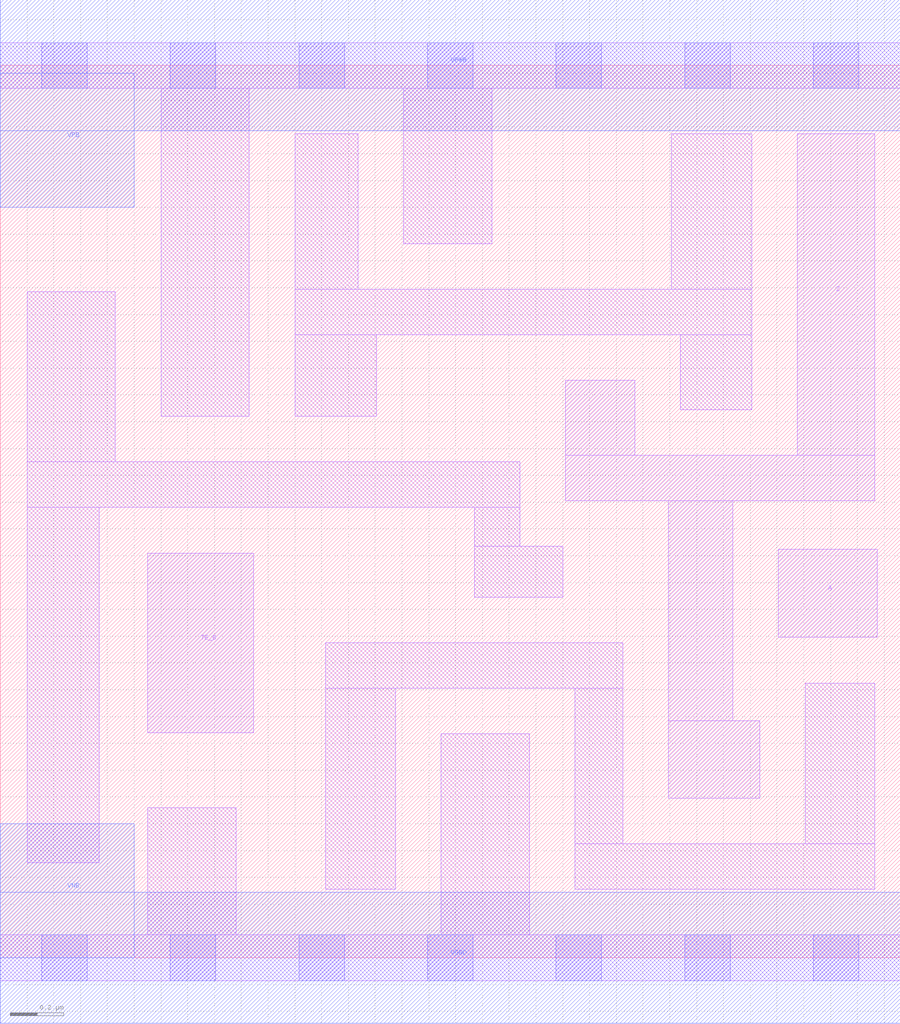
<source format=lef>
# Copyright 2020 The SkyWater PDK Authors
#
# Licensed under the Apache License, Version 2.0 (the "License");
# you may not use this file except in compliance with the License.
# You may obtain a copy of the License at
#
#     https://www.apache.org/licenses/LICENSE-2.0
#
# Unless required by applicable law or agreed to in writing, software
# distributed under the License is distributed on an "AS IS" BASIS,
# WITHOUT WARRANTIES OR CONDITIONS OF ANY KIND, either express or implied.
# See the License for the specific language governing permissions and
# limitations under the License.
#
# SPDX-License-Identifier: Apache-2.0

VERSION 5.5 ;
NAMESCASESENSITIVE ON ;
BUSBITCHARS "[]" ;
DIVIDERCHAR "/" ;
MACRO sky130_fd_sc_lp__einvn_2
  CLASS CORE ;
  SOURCE USER ;
  ORIGIN  0.000000  0.000000 ;
  SIZE  3.360000 BY  3.330000 ;
  SYMMETRY X Y R90 ;
  SITE unit ;
  PIN A
    ANTENNAGATEAREA  0.630000 ;
    DIRECTION INPUT ;
    USE SIGNAL ;
    PORT
      LAYER li1 ;
        RECT 2.905000 1.195000 3.275000 1.525000 ;
    END
  END A
  PIN TE_B
    ANTENNAGATEAREA  0.537000 ;
    DIRECTION INPUT ;
    USE SIGNAL ;
    PORT
      LAYER li1 ;
        RECT 0.550000 0.840000 0.945000 1.510000 ;
    END
  END TE_B
  PIN Z
    ANTENNADIFFAREA  0.903000 ;
    DIRECTION OUTPUT ;
    USE SIGNAL ;
    PORT
      LAYER li1 ;
        RECT 2.110000 1.705000 3.265000 1.875000 ;
        RECT 2.110000 1.875000 2.370000 2.155000 ;
        RECT 2.495000 0.595000 2.835000 0.885000 ;
        RECT 2.495000 0.885000 2.735000 1.705000 ;
        RECT 2.975000 1.875000 3.265000 3.075000 ;
    END
  END Z
  PIN VGND
    DIRECTION INOUT ;
    USE GROUND ;
    PORT
      LAYER met1 ;
        RECT 0.000000 -0.245000 3.360000 0.245000 ;
    END
  END VGND
  PIN VNB
    DIRECTION INOUT ;
    USE GROUND ;
    PORT
      LAYER met1 ;
        RECT 0.000000 0.000000 0.500000 0.500000 ;
    END
  END VNB
  PIN VPB
    DIRECTION INOUT ;
    USE POWER ;
    PORT
      LAYER met1 ;
        RECT 0.000000 2.800000 0.500000 3.300000 ;
    END
  END VPB
  PIN VPWR
    DIRECTION INOUT ;
    USE POWER ;
    PORT
      LAYER met1 ;
        RECT 0.000000 3.085000 3.360000 3.575000 ;
    END
  END VPWR
  OBS
    LAYER li1 ;
      RECT 0.000000 -0.085000 3.360000 0.085000 ;
      RECT 0.000000  3.245000 3.360000 3.415000 ;
      RECT 0.100000  0.355000 0.370000 1.680000 ;
      RECT 0.100000  1.680000 1.940000 1.850000 ;
      RECT 0.100000  1.850000 0.430000 2.485000 ;
      RECT 0.550000  0.085000 0.880000 0.560000 ;
      RECT 0.600000  2.020000 0.930000 3.245000 ;
      RECT 1.100000  2.020000 1.405000 2.325000 ;
      RECT 1.100000  2.325000 2.805000 2.495000 ;
      RECT 1.100000  2.495000 1.335000 3.075000 ;
      RECT 1.215000  0.255000 1.475000 1.005000 ;
      RECT 1.215000  1.005000 2.325000 1.175000 ;
      RECT 1.505000  2.665000 1.835000 3.245000 ;
      RECT 1.645000  0.085000 1.975000 0.835000 ;
      RECT 1.770000  1.345000 2.100000 1.535000 ;
      RECT 1.770000  1.535000 1.940000 1.680000 ;
      RECT 2.145000  0.255000 3.265000 0.425000 ;
      RECT 2.145000  0.425000 2.325000 1.005000 ;
      RECT 2.505000  2.495000 2.805000 3.075000 ;
      RECT 2.540000  2.045000 2.805000 2.325000 ;
      RECT 3.005000  0.425000 3.265000 1.025000 ;
    LAYER mcon ;
      RECT 0.155000 -0.085000 0.325000 0.085000 ;
      RECT 0.155000  3.245000 0.325000 3.415000 ;
      RECT 0.635000 -0.085000 0.805000 0.085000 ;
      RECT 0.635000  3.245000 0.805000 3.415000 ;
      RECT 1.115000 -0.085000 1.285000 0.085000 ;
      RECT 1.115000  3.245000 1.285000 3.415000 ;
      RECT 1.595000 -0.085000 1.765000 0.085000 ;
      RECT 1.595000  3.245000 1.765000 3.415000 ;
      RECT 2.075000 -0.085000 2.245000 0.085000 ;
      RECT 2.075000  3.245000 2.245000 3.415000 ;
      RECT 2.555000 -0.085000 2.725000 0.085000 ;
      RECT 2.555000  3.245000 2.725000 3.415000 ;
      RECT 3.035000 -0.085000 3.205000 0.085000 ;
      RECT 3.035000  3.245000 3.205000 3.415000 ;
  END
END sky130_fd_sc_lp__einvn_2

</source>
